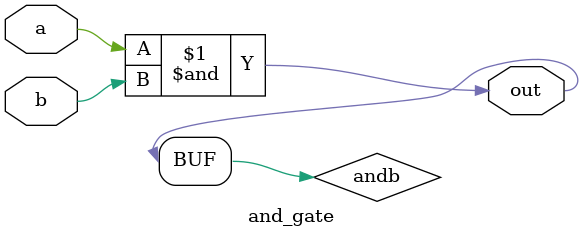
<source format=v>

module and_gate( 
    input a, 
    input b, 
    output out );

    // assing the AND of a and b to out
// --------------------------------------------
wire andb;

and( andb, a, b);
assign out = andb;

endmodule

</source>
